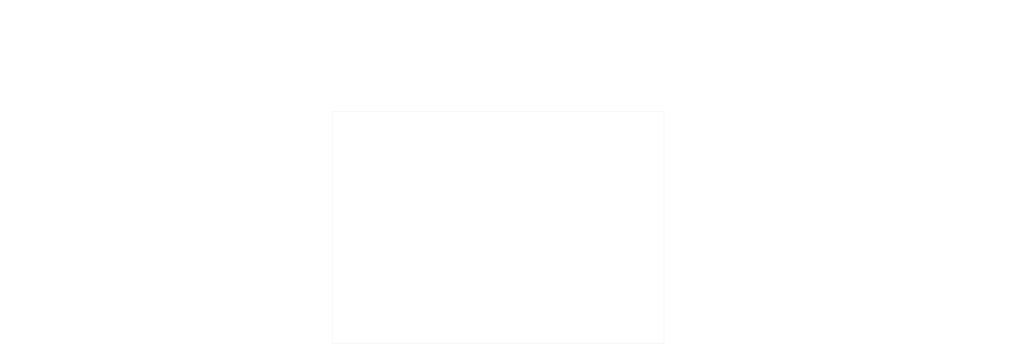
<source format=kicad_pcb>
(kicad_pcb
	(version 20241229)
	(generator "pcbnew")
	(generator_version "9.0")
	(general
		(thickness 1.6472)
		(legacy_teardrops no)
	)
	(paper "A3")
	(title_block
		(rev "${REVISION}")
		(company "${COMPANY}")
	)
	(layers
		(0 "F.Cu" signal)
		(4 "In1.Cu" signal)
		(6 "In2.Cu" power)
		(2 "B.Cu" power)
		(9 "F.Adhes" user "F.Adhesive")
		(11 "B.Adhes" user "B.Adhesive")
		(13 "F.Paste" user)
		(15 "B.Paste" user)
		(5 "F.SilkS" user "F.Silkscreen")
		(7 "B.SilkS" user "B.Silkscreen")
		(1 "F.Mask" user)
		(3 "B.Mask" user)
		(17 "Dwgs.User" user "DrillMap")
		(19 "Cmts.User" user "User.Comments")
		(21 "Eco1.User" user "F.DNP")
		(23 "Eco2.User" user "B.DNP")
		(25 "Edge.Cuts" user)
		(27 "Margin" user)
		(31 "F.CrtYd" user "F.Courtyard")
		(29 "B.CrtYd" user "B.Courtyard")
		(35 "F.Fab" user)
		(33 "B.Fab" user)
		(39 "User.1" user "AssyTitlePage")
		(41 "User.2" front "F.TestPoint")
		(43 "User.3" back "B.TestPoint")
		(45 "User.4" front "F.AssemblyText")
		(47 "User.5" back "B.AssemblyText")
		(49 "User.6" front "F.Dimensions")
		(51 "User.7" back "B.Dimensions")
		(53 "User.8" front "F.TestPointList")
		(55 "User.9" back "B.TestPointList")
	)
	(setup
		(stackup
			(layer "F.SilkS"
				(type "Top Silk Screen")
				(color "White")
			)
			(layer "F.Paste"
				(type "Top Solder Paste")
			)
			(layer "F.Mask"
				(type "Top Solder Mask")
				(color "Green")
				(thickness 0.0305)
			)
			(layer "F.Cu"
				(type "copper")
				(thickness 0.035)
			)
			(layer "dielectric 1"
				(type "prepreg")
				(color "FR4 natural")
				(thickness 0.2104)
				(material "FR4")
				(epsilon_r 4.4)
				(loss_tangent 0.02)
			)
			(layer "In1.Cu"
				(type "copper")
				(thickness 0.0152)
			)
			(layer "dielectric 2"
				(type "core")
				(color "FR4 natural")
				(thickness 1.065)
				(material "FR4")
				(epsilon_r 4.6)
				(loss_tangent 0.02)
			)
			(layer "In2.Cu"
				(type "copper")
				(thickness 0.0152)
			)
			(layer "dielectric 3"
				(type "prepreg")
				(color "FR4 natural")
				(thickness 0.2104)
				(material "FR4")
				(epsilon_r 4.4)
				(loss_tangent 0.02)
			)
			(layer "B.Cu"
				(type "copper")
				(thickness 0.035)
			)
			(layer "B.Mask"
				(type "Bottom Solder Mask")
				(color "Green")
				(thickness 0.0305)
			)
			(layer "B.Paste"
				(type "Bottom Solder Paste")
			)
			(layer "B.SilkS"
				(type "Bottom Silk Screen")
				(color "White")
			)
			(copper_finish "ENIG")
			(dielectric_constraints no)
		)
		(pad_to_mask_clearance 0)
		(allow_soldermask_bridges_in_footprints no)
		(tenting front back)
		(aux_axis_origin 150 150)
		(pcbplotparams
			(layerselection 0x00000000_00000000_55555555_5755f5ff)
			(plot_on_all_layers_selection 0x00000000_00000000_00000000_00000000)
			(disableapertmacros no)
			(usegerberextensions no)
			(usegerberattributes yes)
			(usegerberadvancedattributes yes)
			(creategerberjobfile yes)
			(dashed_line_dash_ratio 12.000000)
			(dashed_line_gap_ratio 3.000000)
			(svgprecision 4)
			(plotframeref no)
			(mode 1)
			(useauxorigin no)
			(hpglpennumber 1)
			(hpglpenspeed 20)
			(hpglpendiameter 15.000000)
			(pdf_front_fp_property_popups yes)
			(pdf_back_fp_property_popups yes)
			(pdf_metadata yes)
			(pdf_single_document no)
			(dxfpolygonmode yes)
			(dxfimperialunits yes)
			(dxfusepcbnewfont yes)
			(psnegative no)
			(psa4output no)
			(plot_black_and_white yes)
			(sketchpadsonfab no)
			(plotpadnumbers no)
			(hidednponfab no)
			(sketchdnponfab yes)
			(crossoutdnponfab yes)
			(subtractmaskfromsilk no)
			(outputformat 1)
			(mirror no)
			(drillshape 1)
			(scaleselection 1)
			(outputdirectory "")
		)
	)
	(property "ASSEMBLY_NAME" "")
	(property "ASSEMBLY_NUMBER" "")
	(property "ASSEMBLY_SCALE" "")
	(property "COMPANY" "Asymworks, LLC")
	(property "DESIGNER" "JPK")
	(property "DWG_NUMBER_PCB" "")
	(property "DWG_NUMBER_SCH" "")
	(property "DWG_TITLE_ASSY" "")
	(property "DWG_TITLE_PCB" "")
	(property "DWG_TITLE_SCH" "")
	(property "GIT_HASH" "")
	(property "GIT_HASH_PCB" "")
	(property "GIT_HASH_SCH" "")
	(property "GIT_URL" "")
	(property "PROJECT_CODE" "")
	(property "RELEASE_DATE" "")
	(property "RELEASE_STATE" "")
	(property "REVISION" "${REVISION}")
	(property "SCALE" "1:1")
	(property "SHEET_NAME_01" "Cover Page")
	(property "SHEET_NAME_02" "Block Diagram")
	(property "SHEET_NAME_03" "Project Architecture")
	(property "SHEET_NAME_04" "Circuit 1")
	(property "SHEET_NAME_05" "Circuit 2")
	(property "SHEET_NAME_06" "Circuit 3")
	(property "SHEET_NAME_07" "Parts List")
	(property "SHEET_NAME_08" "......................................")
	(property "SHEET_NAME_09" "......................................")
	(property "SHEET_NAME_10" "......................................")
	(property "SHEET_NAME_11" "......................................")
	(property "SHEET_NAME_12" "......................................")
	(property "SHEET_NAME_13" "......................................")
	(property "SHEET_NAME_14" "......................................")
	(property "SHEET_NAME_15" "......................................")
	(property "SHEET_NAME_16" "......................................")
	(property "SHEET_NAME_17" "......................................")
	(property "SHEET_NAME_18" "......................................")
	(property "SHEET_NAME_19" "......................................")
	(property "SHEET_NAME_20" "......................................")
	(property "STATE" "TEMPLATE")
	(property "VARIANT" "")
	(net 0 "")
	(gr_rect
		(start 50.047783 50)
		(end 126 59)
		(stroke
			(width 0.4)
			(type solid)
		)
		(fill no)
		(layer "Dwgs.User")
		(uuid "eef86ea1-046a-425e-89f7-6da48255647c")
	)
	(gr_line
		(start 150 150)
		(end 250 150)
		(stroke
			(width 0.05)
			(type default)
		)
		(layer "Edge.Cuts")
		(uuid "39d03196-6d78-41a6-b245-73161aecf7fd")
	)
	(gr_line
		(start 250 80)
		(end 150 80)
		(stroke
			(width 0.05)
			(type default)
		)
		(layer "Edge.Cuts")
		(uuid "afaee1cb-bbab-4303-8eeb-3b5f88fe379d")
	)
	(gr_line
		(start 250 150)
		(end 250 80)
		(stroke
			(width 0.05)
			(type default)
		)
		(layer "Edge.Cuts")
		(uuid "c48b0bd6-f585-43ae-b5cd-f96c14f12f2a")
	)
	(gr_line
		(start 150 80)
		(end 150 150)
		(stroke
			(width 0.05)
			(type default)
		)
		(layer "Edge.Cuts")
		(uuid "ea810609-acbd-4565-aaf4-945b44e1f22d")
	)
	(gr_rect
		(start 275 50)
		(end 358.5 132)
		(stroke
			(width 0.1)
			(type solid)
		)
		(fill no)
		(layer "User.6")
		(uuid "c6d1c773-5ba0-4497-a091-518ae344412d")
	)
	(gr_line
		(start 150 150)
		(end 150 144)
		(stroke
			(width 0.3)
			(type default)
		)
		(layer "User.8")
		(uuid "138df814-9fc0-4cc0-ac67-c44573ab995c")
	)
	(gr_poly
		(pts
			(xy 150 143.75) (xy 150.5 144.75) (xy 149.5 144.75)
		)
		(stroke
			(width 0.15)
			(type solid)
		)
		(fill yes)
		(layer "User.8")
		(uuid "18e435df-319f-4f50-9549-088e7a8a55bc")
	)
	(gr_poly
		(pts
			(xy 156.25 150) (xy 155.25 150.5) (xy 155.25 149.5)
		)
		(stroke
			(width 0.15)
			(type solid)
		)
		(fill yes)
		(layer "User.8")
		(uuid "a4011617-b152-428c-a037-eded5613147d")
	)
	(gr_rect
		(start 275 50)
		(end 350.285925 99.82)
		(stroke
			(width 0.4)
			(type default)
		)
		(fill no)
		(layer "User.8")
		(uuid "ca1df7df-febd-4552-bb12-f90f8b052afb")
	)
	(gr_line
		(start 150 150)
		(end 156 150)
		(stroke
			(width 0.3)
			(type default)
		)
		(layer "User.8")
		(uuid "e5c55f3d-a135-4f4a-84f6-c11ea97c329a")
	)
	(gr_poly
		(pts
			(xy 156.25 150) (xy 155.25 150.5) (xy 155.25 149.5)
		)
		(stroke
			(width 0.15)
			(type solid)
		)
		(fill yes)
		(layer "User.9")
		(uuid "27f07d2f-d223-4d76-8fb1-2d87a783dfa2")
	)
	(gr_rect
		(start 50 50)
		(end 125.285925 99.82)
		(stroke
			(width 0.4)
			(type solid)
		)
		(fill no)
		(layer "User.9")
		(uuid "52ef203c-2a5e-45d4-b567-b0d96c18b1e1")
	)
	(gr_line
		(start 150 150)
		(end 156 150)
		(stroke
			(width 0.3)
			(type solid)
		)
		(layer "User.9")
		(uuid "5eee881b-5cfa-4274-a29f-d48bbf634d4d")
	)
	(gr_poly
		(pts
			(xy 150 143.75) (xy 150.5 144.75) (xy 149.5 144.75)
		)
		(stroke
			(width 0.15)
			(type solid)
		)
		(fill yes)
		(layer "User.9")
		(uuid "650de03e-5252-448d-9da9-3768f324af0f")
	)
	(gr_line
		(start 150 150)
		(end 150 144)
		(stroke
			(width 0.3)
			(type solid)
		)
		(layer "User.9")
		(uuid "69246a21-11df-4a46-baff-830dcd0aec1e")
	)
	(gr_text "Drill Table"
		(at 50.047783 49 0)
		(layer "Dwgs.User")
		(uuid "e5fcdb98-adc6-4ce2-8720-d652c5bc0c29")
		(effects
			(font
				(face "Arial")
				(size 2 2)
				(thickness 0.4)
				(bold yes)
			)
			(justify left bottom)
		)
		(render_cache "Drill Table" 0
			(polygon
				(pts
					(xy 51.224168 46.662499) (xy 51.370235 46.689692) (xy 51.482517 46.733545) (xy 51.582673 46.794922)
					(xy 51.672242 46.874706) (xy 51.748228 46.968314) (xy 51.811992 47.076202) (xy 51.863484 47.20016)
					(xy 51.898251 47.330117) (xy 51.920898 47.486849) (xy 51.929063 47.674846) (xy 51.921574 47.839697)
					(xy 51.900512 47.981192) (xy 51.867636 48.102393) (xy 51.808332 48.243233) (xy 51.736689 48.360456)
					(xy 51.653069 48.457156) (xy 51.57818 48.518345) (xy 51.484532 48.57199) (xy 51.368892 48.617501)
					(xy 51.223476 48.648019) (xy 51.010954 48.66) (xy 50.250016 48.66) (xy 50.250016 48.323921) (xy 50.65436 48.323921)
					(xy 50.956366 48.323921) (xy 51.113984 48.318101) (xy 51.200853 48.304626) (xy 51.292366 48.270492)
					(xy 51.364129 48.220729) (xy 51.401669 48.177289) (xy 51.437202 48.11416) (xy 51.470009 48.025945)
					(xy 51.49938 47.877911) (xy 51.511041 47.656406) (xy 51.499177 47.436199) (xy 51.470009 47.297124)
					(xy 51.418954 47.182422) (xy 51.355214 47.10173) (xy 51.27308 47.043643) (xy 51.168124 47.00672)
					(xy 51.063227 46.993556) (xy 50.836076 46.987424) (xy 50.65436 46.987424) (xy 50.65436 48.323921)
					(xy 50.250016 48.323921) (xy 50.250016 46.651346) (xy 50.989094 46.651346)
				)
			)
			(polygon
				(pts
					(xy 52.636512 48.66) (xy 52.252563 48.66) (xy 52.252563 47.206266) (xy 52.609157 47.206266) (xy 52.609157 47.412529)
					(xy 52.703362 47.282019) (xy 52.773777 47.216769) (xy 52.851336 47.179735) (xy 52.93974 47.167187)
					(xy 53.025276 47.175062) (xy 53.109126 47.198835) (xy 53.192531 47.239483) (xy 53.073707 47.573852)
					(xy 52.976328 47.525476) (xy 52.893334 47.511081) (xy 52.817866 47.522618) (xy 52.75668 47.5559)
					(xy 52.709835 47.613087) (xy 52.66863 47.717711) (xy 52.646898 47.866422) (xy 52.636512 48.20815)
				)
			)
			(polygon
				(pts
					(xy 53.357395 47.003056) (xy 53.357395 46.651346) (xy 53.741223 46.651346) (xy 53.741223 47.003056)
				)
			)
			(polygon
				(pts
					(xy 53.357395 48.66) (xy 53.357395 47.206266) (xy 53.741223 47.206266) (xy 53.741223 48.66)
				)
			)
			(polygon
				(pts
					(xy 54.135064 48.66) (xy 54.135064 46.651346) (xy 54.518892 46.651346) (xy 54.518892 48.66)
				)
			)
			(polygon
				(pts
					(xy 54.912734 48.66) (xy 54.912734 46.651346) (xy 55.296561 46.651346) (xy 55.296561 48.66)
				)
			)
			(polygon
				(pts
					(xy 56.921631 48.66) (xy 56.921631 46.987424) (xy 56.327266 46.987424) (xy 56.327266 46.651346)
					(xy 57.918997 46.651346) (xy 57.918997 46.987424) (xy 57.325975 46.987424) (xy 57.325975 48.66)
				)
			)
			(polygon
				(pts
					(xy 58.707657 47.175561) (xy 58.831503 47.197331) (xy 58.918072 47.22837) (xy 58.996935 47.275203)
					(xy 59.054734 47.326933) (xy 59.095026 47.383709) (xy 59.12004 47.449952) (xy 59.138756 47.559464)
					(xy 59.146317 47.729434) (xy 59.142287 48.180307) (xy 59.147766 48.360026) (xy 59.160727 48.464117)
					(xy 59.186227 48.556053) (xy 59.229726 48.66) (xy 58.849928 48.66) (xy 58.813048 48.548136) (xy 58.79937 48.503684)
					(xy 58.695985 48.590299) (xy 58.588955 48.65023) (xy 58.473761 48.686748) (xy 58.349841 48.699078)
					(xy 58.23833 48.690589) (xy 58.144201 48.666648) (xy 58.064425 48.62867) (xy 57.996666 48.576835)
					(xy 57.940154 48.511621) (xy 57.900272 48.439438) (xy 57.875977 48.358837) (xy 57.867584 48.267745)
					(xy 57.871036 48.226468) (xy 58.251411 48.226468) (xy 58.25808 48.278043) (xy 58.277786 48.324216)
					(xy 58.311495 48.366542) (xy 58.354666 48.399014) (xy 58.404975 48.418673) (xy 58.464513 48.425526)
					(xy 58.531593 48.41814) (xy 58.597179 48.395726) (xy 58.662594 48.356894) (xy 58.720949 48.298089)
					(xy 58.754185 48.229277) (xy 58.764471 48.168754) (xy 58.769206 48.04121) (xy 58.769206 47.964396)
					(xy 58.535588 48.023381) (xy 58.390399 48.061684) (xy 58.326516 48.090669) (xy 58.283832 48.130751)
					(xy 58.259565 48.175358) (xy 58.251411 48.226468) (xy 57.871036 48.226468) (xy 57.874336 48.187018)
					(xy 57.893997 48.114025) (xy 57.926324 48.047316) (xy 57.970555 47.987986) (xy 58.025035 47.938799)
					(xy 58.090944 47.899061) (xy 58.209474 47.854009) (xy 58.396247 47.809057) (xy 58.643966 47.754803)
					(xy 58.769206 47.714291) (xy 58.769206 47.674968) (xy 58.762032 47.601107) (xy 58.743101 47.548902)
					(xy 58.714496 47.512669) (xy 58.674466 47.488542) (xy 58.609229 47.471146) (xy 58.508233 47.464187)
					(xy 58.413214 47.475625) (xy 58.348376 47.50583) (xy 58.299279 47.558843) (xy 58.255563 47.651765)
					(xy 57.907151 47.589239) (xy 57.958294 47.452986) (xy 58.025817 47.34869) (xy 58.109262 47.270624)
					(xy 58.182083 47.228768) (xy 58.274453 47.196367) (xy 58.390627 47.175003) (xy 58.535588 47.167187)
				)
			)
			(polygon
				(pts
					(xy 59.891502 47.36942) (xy 59.98742 47.27859) (xy 60.088282 47.216415) (xy 60.195739 47.17962)
					(xy 60.312332 47.167187) (xy 60.440896 47.179667) (xy 60.554988 47.2159) (xy 60.657635 47.275717)
					(xy 60.75087 47.361116) (xy 60.823087 47.462017) (xy 60.877148 47.585217) (xy 60.911899 47.735303)
					(xy 60.924405 47.91799) (xy 60.911661 48.107047) (xy 60.876223 48.26278) (xy 60.821076 48.390956)
					(xy 60.747451 48.496235) (xy 60.6519 48.586782) (xy 60.549768 48.649199) (xy 60.43928 48.686418)
					(xy 60.317706 48.699078) (xy 60.236377 48.692024) (xy 60.154991 48.670582) (xy 60.072486 48.633743)
					(xy 59.996493 48.584625) (xy 59.9272 48.522748) (xy 59.864147 48.446898) (xy 59.864147 48.66) (xy 59.507552 48.66)
					(xy 59.507552 47.9059) (xy 59.888815 47.9059) (xy 59.898425 48.058815) (xy 59.923527 48.168796)
					(xy 59.95989 48.246008) (xy 60.016104 48.316569) (xy 60.078012 48.364254) (xy 60.146806 48.392451)
					(xy 60.224893 48.402079) (xy 60.304437 48.39008) (xy 60.375686 48.354204) (xy 60.441415 48.291315)
					(xy 60.487613 48.212068) (xy 60.51898 48.099329) (xy 60.53093 47.94217) (xy 60.518672 47.774434)
					(xy 60.486857 47.656783) (xy 60.440682 47.576416) (xy 60.374153 47.51349) (xy 60.298338 47.476745)
					(xy 60.209873 47.464187) (xy 60.122919 47.476378) (xy 60.047434 47.512185) (xy 59.980284 47.573607)
					(xy 59.932534 47.651962) (xy 59.900749 47.759695) (xy 59.888815 47.9059) (xy 59.507552 47.9059)
					(xy 59.507552 46.651346) (xy 59.891502 46.651346)
				)
			)
			(polygon
				(pts
					(xy 61.233739 48.66) (xy 61.233739 46.651346) (xy 61.617566 46.651346) (xy 61.617566 48.66)
				)
			)
			(polygon
				(pts
					(xy 62.72327 47.18165) (xy 62.858536 47.222852) (xy 62.97493 47.289424) (xy 63.075574 47.382609)
					(xy 63.137728 47.469429) (xy 63.188015 47.575098) (xy 63.225596 47.703009) (xy 63.248677 47.857266)
					(xy 63.254604 48.042554) (xy 62.292776 48.042554) (xy 62.306098 48.152666) (xy 62.337637 48.239278)
					(xy 62.38571 48.307435) (xy 62.449939 48.360127) (xy 62.522743 48.391355) (xy 62.606994 48.402079)
					(xy 62.691436 48.389601) (xy 62.758669 48.353963) (xy 62.810502 48.294702) (xy 62.851603 48.198869)
					(xy 63.234087 48.261395) (xy 63.173427 48.396163) (xy 63.095845 48.503406) (xy 63.00108 48.587215)
					(xy 62.889994 48.647786) (xy 62.758804 48.685673) (xy 62.602842 48.699078) (xy 62.451071 48.687823)
					(xy 62.322723 48.656079) (xy 62.213797 48.605773) (xy 62.121166 48.537267) (xy 62.042793 48.44934)
					(xy 61.981888 48.346615) (xy 61.937159 48.229835) (xy 61.90913 48.096626) (xy 61.8993 47.944124)
					(xy 61.909203 47.80808) (xy 62.299614 47.80808) (xy 62.873463 47.80808) (xy 62.860722 47.698662)
					(xy 62.831302 47.61519) (xy 62.787367 47.55187) (xy 62.728166 47.50277) (xy 62.662498 47.47398)
					(xy 62.587943 47.464187) (xy 62.508236 47.474673) (xy 62.439955 47.505175) (xy 62.380214 47.556755)
					(xy 62.336239 47.622846) (xy 62.308851 47.705126) (xy 62.299614 47.80808) (xy 61.909203 47.80808)
					(xy 61.91255 47.762094) (xy 61.949753 47.609532) (xy 62.008401 47.481356) (xy 62.087856 47.373572)
					(xy 62.188893 47.282894) (xy 62.300377 47.219194) (xy 62.424533 47.180523) (xy 62.564618 47.167187)
				)
			)
		)
	)
	(gr_text "${FABRICATION_NOTES}"
		(at 50 50 0)
		(layer "User.6")
		(uuid "57c70514-87b8-4b30-9ca8-da2ae0065edc")
		(effects
			(font
				(face "Inconsolata")
				(size 2 2)
				(thickness 0.3)
				(bold yes)
			)
			(justify left top)
		)
		(render_cache "${FABRICATION_NOTES}" 0
			(polygon
				(pts
					(xy 50.862909 50.187351) (xy 50.864619 50.198464) (xy 50.856193 50.226308) (xy 50.846667 50.27076)
					(xy 50.846667 50.340369) (xy 50.92819 50.354025) (xy 51.007013 50.378105) (xy 51.082413 50.411226)
					(xy 51.15307 50.451988) (xy 51.217401 50.501398) (xy 51.273726 50.560799) (xy 51.126448 50.747156)
					(xy 51.102918 50.738525) (xy 51.091765 50.719312) (xy 51.083172 50.697549) (xy 51.070516 50.685851)
					(xy 51.028262 50.646772) (xy 50.975872 50.618928) (xy 50.917131 50.598046) (xy 50.855094 50.582658)
					(xy 50.855094 51.018998) (xy 51.008648 51.081601) (xy 51.119487 51.140509) (xy 51.210379 51.210363)
					(xy 51.270307 51.285833) (xy 51.306135 51.37468) (xy 51.319033 51.488311) (xy 51.304718 51.594833)
					(xy 51.260537 51.700802) (xy 51.190785 51.795389) (xy 51.095429 51.875558) (xy 50.981652 51.933301)
					(xy 50.846667 51.966416) (xy 50.846667 52.125052) (xy 50.650785 52.125052) (xy 50.650785 51.968736)
					(xy 50.560349 51.955847) (xy 50.467847 51.933565) (xy 50.377883 51.901535) (xy 50.292969 51.859071)
					(xy 50.214257 51.806775) (xy 50.144347 51.746475) (xy 50.289916 51.506385) (xy 50.312081 51.521439)
					(xy 50.321179 51.542655) (xy 50.328629 51.565998) (xy 50.344748 51.587107) (xy 50.43121 51.653907)
					(xy 50.532205 51.699947) (xy 50.642358 51.729134) (xy 50.642358 51.725226) (xy 50.855094 51.725226)
					(xy 50.911519 51.706211) (xy 50.96024 51.677843) (xy 51.001506 51.640909) (xy 51.03217 51.598464)
					(xy 51.051762 51.551077) (xy 51.058182 51.502233) (xy 51.051886 51.451793) (xy 51.033879 51.410031)
					(xy 51.005056 51.373822) (xy 50.964148 51.3403) (xy 50.915707 51.312354) (xy 50.855094 51.287177)
					(xy 50.855094 51.725226) (xy 50.642358 51.725226) (xy 50.642358 51.22575) (xy 50.503613 51.165415)
					(xy 50.394452 51.104239) (xy 50.302491 51.03164) (xy 50.238136 50.951953) (xy 50.19796 50.8602)
					(xy 50.184159 50.753628) (xy 50.185559 50.739706) (xy 50.450994 50.739706) (xy 50.45656 50.777863)
					(xy 50.473953 50.816521) (xy 50.501175 50.851968) (xy 50.540265 50.886374) (xy 50.642358 50.943649)
					(xy 50.642358 50.579849) (xy 50.546127 50.608792) (xy 50.506021 50.633057) (xy 50.476517 50.662526)
					(xy 50.457461 50.698109) (xy 50.450994 50.739706) (xy 50.185559 50.739706) (xy 50.191435 50.681261)
					(xy 50.212772 50.615678) (xy 50.248394 50.555303) (xy 50.322181 50.477639) (xy 50.41912 50.414253)
					(xy 50.529432 50.369463) (xy 50.650785 50.343056) (xy 50.650785 50.178925) (xy 50.853384 50.178925)
				)
			)
			(polygon
				(pts
					(xy 52.418614 52.234473) (xy 52.227948 52.222831) (xy 52.076919 52.19112) (xy 51.986822 52.153879)
					(xy 51.914003 52.102827) (xy 51.855879 52.037491) (xy 51.815407 51.960075) (xy 51.78969 51.859358)
					(xy 51.781751 51.729012) (xy 51.791277 51.474755) (xy 51.784484 51.377907) (xy 51.767707 51.316974)
					(xy 51.738263 51.270512) (xy 51.700907 51.244434) (xy 51.654495 51.231167) (xy 51.593196 51.226238)
					(xy 51.500261 51.226238) (xy 51.500261 50.98053) (xy 51.590387 50.98053) (xy 51.656648 50.974435)
					(xy 51.705914 50.95806) (xy 51.74546 50.928977) (xy 51.77418 50.885153) (xy 51.790465 50.829246)
					(xy 51.796894 50.744836) (xy 51.791277 50.503524) (xy 51.799397 50.396862) (xy 51.822311 50.306678)
					(xy 51.858688 50.230094) (xy 51.909773 50.162612) (xy 51.97343 50.107225) (xy 52.051273 50.063154)
					(xy 52.13643 50.032893) (xy 52.234993 50.013743) (xy 52.349249 50.006978) (xy 52.555757 50.006978)
					(xy 52.555757 50.255373) (xy 52.299424 50.255373) (xy 52.231482 50.262269) (xy 52.180301 50.281008)
					(xy 52.141887 50.310205) (xy 52.114246 50.349898) (xy 52.096276 50.403208) (xy 52.089619 50.474337)
					(xy 52.095115 50.710275) (xy 52.088674 50.797668) (xy 52.070202 50.874528) (xy 52.039258 50.945021)
					(xy 51.996685 51.006542) (xy 51.9432 51.059182) (xy 51.878593 51.103384) (xy 51.939612 51.140874)
					(xy 51.991311 51.192655) (xy 52.032272 51.255785) (xy 52.063852 51.33224) (xy 52.082852 51.416381)
					(xy 52.089619 51.516277) (xy 52.082903 51.725471) (xy 52.091242 51.814908) (xy 52.113311 51.878977)
					(xy 52.1522 51.92909) (xy 52.209542 51.963974) (xy 52.280532 51.983183) (xy 52.378314 51.990474)
					(xy 52.552948 51.990474) (xy 52.552948 52.234473)
				)
			)
			(polygon
				(pts
					(xy 52.982693 52) (xy 52.982693 50.257083) (xy 54.067742 50.257083) (xy 54.067742 50.513293) (xy 53.265893 50.513293)
					(xy 53.265893 50.930826) (xy 53.916189 50.930826) (xy 53.916189 51.187159) (xy 53.265893 51.187159)
					(xy 53.265893 52)
				)
			)
			(polygon
				(pts
					(xy 55.222766 51.593579) (xy 54.541817 51.593579) (xy 54.586025 51.368754) (xy 55.171353 51.368754)
				)
			)
			(polygon
				(pts
					(xy 54.897191 50.830198) (xy 54.544016 52) (xy 54.231751 52) (xy 54.821598 50.245359) (xy 54.973272 50.245359)
					(xy 55.563119 52) (xy 55.244138 52)
				)
			)
			(polygon
				(pts
					(xy 56.382994 50.265689) (xy 56.503454 50.2892) (xy 56.611551 50.328769) (xy 56.694818 50.378349)
					(xy 56.762062 50.441998) (xy 56.809002 50.516346) (xy 56.837187 50.6004) (xy 56.846859 50.694766)
					(xy 56.839901 50.766947) (xy 56.818283 50.842533) (xy 56.783191 50.913864) (xy 56.734874 50.977721)
					(xy 56.6742 51.030551) (xy 56.599441 51.071022) (xy 56.667757 51.105655) (xy 56.729012 51.146859)
					(xy 56.783707 51.194592) (xy 56.829152 51.24651) (xy 56.866111 51.30353) (xy 56.893021 51.364357)
					(xy 56.909591 51.428486) (xy 56.915125 51.494783) (xy 56.904248 51.603624) (xy 56.872505 51.701168)
					(xy 56.8196 51.787625) (xy 56.744399 51.861025) (xy 56.650979 51.918243) (xy 56.530565 51.963485)
					(xy 56.39638 51.990237) (xy 56.229535 52) (xy 55.700139 52) (xy 55.700139 51.73866) (xy 56.015823 51.73866)
					(xy 56.261409 51.73866) (xy 56.358399 51.730796) (xy 56.434944 51.709228) (xy 56.499783 51.672441)
					(xy 56.546318 51.623743) (xy 56.575285 51.562753) (xy 56.585519 51.486113) (xy 56.5763 51.405848)
					(xy 56.549982 51.338834) (xy 56.504608 51.283669) (xy 56.4336 51.239305) (xy 56.344921 51.213003)
					(xy 56.215614 51.202791) (xy 56.015823 51.202791) (xy 56.015823 51.73866) (xy 55.700139 51.73866)
					(xy 55.700139 50.950366) (xy 56.015823 50.950366) (xy 56.206088 50.950366) (xy 56.322645 50.942129)
					(xy 56.400017 50.921301) (xy 56.461574 50.885381) (xy 56.499302 50.841067) (xy 56.52088 50.786847)
					(xy 56.528367 50.72322) (xy 56.524041 50.677713) (xy 56.511514 50.637491) (xy 56.490223 50.601977)
					(xy 56.459246 50.5724) (xy 56.420244 50.549238) (xy 56.367777 50.529413) (xy 56.309023 50.51726)
					(xy 56.235153 50.512805) (xy 56.015823 50.512805) (xy 56.015823 50.950366) (xy 55.700139 50.950366)
					(xy 55.700139 50.257083) (xy 56.232344 50.257083)
				)
			)
			(polygon
				(pts
					(xy 57.815176 50.264996) (xy 57.930118 50.286747) (xy 58.022766 50.319975) (xy 58.107161 50.369004)
					(xy 58.173157 50.428359) (xy 58.223168 50.498639) (xy 58.258424 50.578136) (xy 58.280203 50.667261)
					(xy 58.28777 50.767916) (xy 58.277958 50.861871) (xy 58.247714 50.957815) (xy 58.199463 51.047564)
					(xy 58.133897 51.128053) (xy 58.053549 51.194169) (xy 57.959263 51.24248) (xy 58.335397 52) (xy 58.002983 52)
					(xy 57.648709 51.273133) (xy 57.441102 51.273133) (xy 57.441102 52) (xy 57.119923 52) (xy 57.119923 51.010694)
					(xy 57.441102 51.010694) (xy 57.694016 51.010694) (xy 57.781049 51.002708) (xy 57.846636 50.98112)
					(xy 57.89576 50.947923) (xy 57.932891 50.902088) (xy 57.955692 50.845917) (xy 57.963782 50.776343)
					(xy 57.956139 50.709438) (xy 57.934106 50.652145) (xy 57.897447 50.60348) (xy 57.844591 50.564218)
					(xy 57.779728 50.539735) (xy 57.694016 50.530757) (xy 57.441102 50.530757) (xy 57.441102 51.010694)
					(xy 57.119923 51.010694) (xy 57.119923 50.257083) (xy 57.673377 50.257083)
				)
			)
			(polygon
				(pts
					(xy 58.590631 52) (xy 58.590631 51.744277) (xy 58.93135 51.744277) (xy 58.93135 50.512805) (xy 58.608461 50.512805)
					(xy 58.608461 50.257083) (xy 59.572121 50.257083) (xy 59.572121 50.512805) (xy 59.23128 50.512805)
					(xy 59.23128 51.745376) (xy 59.587264 51.745376) (xy 59.587264 52)
				)
			)
			(polygon
				(pts
					(xy 60.573761 52.031263) (xy 60.434563 52.018255) (xy 60.30546 51.979849) (xy 60.225694 51.93968)
					(xy 60.151936 51.886809) (xy 60.083565 51.820237) (xy 60.025834 51.744071) (xy 59.97562 51.652694)
					(xy 59.933356 51.543876) (xy 59.90447 51.430605) (xy 59.885958 51.298643) (xy 59.879378 51.145272)
					(xy 59.890472 50.949313) (xy 59.921022 50.789776) (xy 59.971731 50.645431) (xy 60.033984 50.532833)
					(xy 60.111572 50.437404) (xy 60.196284 50.364794) (xy 60.290214 50.309541) (xy 60.386549 50.273203)
					(xy 60.486279 50.25224) (xy 60.584385 50.245359) (xy 60.714266 50.255972) (xy 60.825854 50.286194)
					(xy 60.922418 50.334752) (xy 61.007323 50.401731) (xy 61.078148 50.484852) (xy 61.135642 50.5862)
					(xy 60.937561 50.735554) (xy 60.915701 50.749598) (xy 60.90068 50.728349) (xy 60.89726 50.686339)
					(xy 60.866486 50.627355) (xy 60.802463 50.562295) (xy 60.739968 50.52636) (xy 60.672268 50.507398)
					(xy 60.602337 50.501081) (xy 60.523813 50.510992) (xy 60.447854 50.541137) (xy 60.379305 50.589995)
					(xy 60.316085 50.661304) (xy 60.265623 50.748112) (xy 60.225104 50.858897) (xy 60.200892 50.981493)
					(xy 60.192131 51.131106) (xy 60.19986 51.275904) (xy 60.221441 51.397697) (xy 60.257685 51.509136)
					(xy 60.30314 51.597976) (xy 60.361467 51.672451) (xy 60.426849 51.725104) (xy 60.501417 51.758264)
					(xy 60.582187 51.769312) (xy 60.648553 51.764327) (xy 60.706995 51.750017) (xy 60.760946 51.725298)
					(xy 60.811043 51.6892) (xy 60.855285 51.6424) (xy 60.897871 51.578558) (xy 61.117201 51.739148)
					(xy 61.045499 51.83736) (xy 60.968955 51.911108) (xy 60.887124 51.963852) (xy 60.796384 52.00038)
					(xy 60.692715 52.023243)
				)
			)
			(polygon
				(pts
					(xy 62.217882 51.593579) (xy 61.536933 51.593579) (xy 61.58114 51.368754) (xy 62.166468 51.368754)
				)
			)
			(polygon
				(pts
					(xy 61.892306 50.830198) (xy 61.539131 52) (xy 61.226866 52) (xy 61.816713 50.245359) (xy 61.968387 50.245359)
					(xy 62.558234 52) (xy 62.239253 52)
				)
			)
			(polygon
				(pts
					(xy 63.124511 52) (xy 63.124511 50.523918) (xy 62.656175 50.523918) (xy 62.656175 50.257083) (xy 63.921964 50.257083)
					(xy 63.921964 50.523918) (xy 63.42896 50.523918) (xy 63.42896 52)
				)
			)
			(polygon
				(pts
					(xy 64.186723 52) (xy 64.186723 51.744277) (xy 64.527442 51.744277) (xy 64.527442 50.512805) (xy 64.204553 50.512805)
					(xy 64.204553 50.257083) (xy 65.168213 50.257083) (xy 65.168213 50.512805) (xy 64.827372 50.512805)
					(xy 64.827372 51.745376) (xy 65.183356 51.745376) (xy 65.183356 52)
				)
			)
			(polygon
				(pts
					(xy 66.232419 50.258023) (xy 66.350265 50.294055) (xy 66.451343 50.352215) (xy 66.537881 50.431308)
					(xy 66.610805 50.531807) (xy 66.670184 50.657274) (xy 66.709995 50.791455) (xy 66.735559 50.949571)
					(xy 66.744678 51.135502) (xy 66.735537 51.325256) (xy 66.70995 51.486169) (xy 66.670184 51.622278)
					(xy 66.610554 51.749384) (xy 66.537603 51.849733) (xy 66.451343 51.927337) (xy 66.350462 51.983819)
					(xy 66.232606 52.01891) (xy 66.093771 52.031263) (xy 65.954693 52.018757) (xy 65.836471 51.983195)
					(xy 65.735101 51.925872) (xy 65.648463 51.847467) (xy 65.575614 51.74704) (xy 65.516503 51.620812)
					(xy 65.47731 51.485714) (xy 65.452033 51.32533) (xy 65.442986 51.135502) (xy 65.443116 51.132815)
					(xy 65.75696 51.132815) (xy 65.767836 51.339321) (xy 65.796406 51.491242) (xy 65.82899 51.583344)
					(xy 65.867682 51.652969) (xy 65.911688 51.704344) (xy 65.965678 51.743587) (xy 66.025712 51.766937)
					(xy 66.093771 51.77493) (xy 66.161464 51.766919) (xy 66.220828 51.74356) (xy 66.2739 51.704344)
					(xy 66.317256 51.653127) (xy 66.35606 51.583511) (xy 66.389549 51.491242) (xy 66.419366 51.339248)
					(xy 66.430704 51.132815) (xy 66.419533 50.938758) (xy 66.389549 50.789532) (xy 66.356242 50.698109)
					(xy 66.317456 50.627885) (xy 66.2739 50.575087) (xy 66.22063 50.534195) (xy 66.161278 50.509973)
					(xy 66.093771 50.501692) (xy 66.025895 50.509955) (xy 65.965875 50.53417) (xy 65.911688 50.575087)
					(xy 65.867483 50.628042) (xy 65.828812 50.698274) (xy 65.796406 50.789532) (xy 65.767677 50.938676)
					(xy 65.75696 51.132815) (xy 65.443116 51.132815) (xy 65.451991 50.949521) (xy 65.477226 50.791402)
					(xy 65.516503 50.657274) (xy 65.575489 50.531865) (xy 65.648324 50.431364) (xy 65.735101 50.352215)
					(xy 65.836569 50.294052) (xy 65.954787 50.258021) (xy 66.093771 50.245359)
				)
			)
			(polygon
				(pts
					(xy 66.891224 50.257083) (xy 67.22083 50.257083) (xy 67.812875 51.404047) (xy 67.796144 50.257083)
					(xy 68.078122 50.257083) (xy 68.104501 50.257083) (xy 68.104501 50.28224) (xy 68.085083 50.318632)
					(xy 68.080931 50.385799) (xy 68.080931 52) (xy 67.787718 52) (xy 67.176011 50.777442) (xy 67.176011 52)
					(xy 66.891224 52)
				)
			)
			(polygon
				(pts
					(xy 68.275226 52.281367) (xy 68.275226 52.028454) (xy 69.499616 52.028454) (xy 69.499616 52.281367)
				)
			)
			(polygon
				(pts
					(xy 69.68927 50.257083) (xy 70.018876 50.257083) (xy 70.610921 51.404047) (xy 70.59419 50.257083)
					(xy 70.876168 50.257083) (xy 70.902547 50.257083) (xy 70.902547 50.28224) (xy 70.883129 50.318632)
					(xy 70.878977 50.385799) (xy 70.878977 52) (xy 70.585764 52) (xy 69.974057 50.777442) (xy 69.974057 52)
					(xy 69.68927 52)
				)
			)
			(polygon
				(pts
					(xy 71.828511 50.258023) (xy 71.946357 50.294055) (xy 72.047435 50.352215) (xy 72.133973 50.431308)
					(xy 72.206897 50.531807) (xy 72.266277 50.657274) (xy 72.306088 50.791455) (xy 72.331652 50.949571)
					(xy 72.340771 51.135502) (xy 72.331629 51.325256) (xy 72.306042 51.486169) (xy 72.266277 51.622278)
					(xy 72.206647 51.749384) (xy 72.133695 51.849733) (xy 72.047435 51.927337) (xy 71.946554 51.983819)
					(xy 71.828698 52.01891) (xy 71.689863 52.031263) (xy 71.550785 52.018757) (xy 71.432563 51.983195)
					(xy 71.331193 51.925872) (xy 71.244555 51.847467) (xy 71.171706 51.74704) (xy 71.112595 51.620812)
					(xy 71.073402 51.485714) (xy 71.048126 51.32533) (xy 71.039078 51.135502) (xy 71.039208 51.132815)
					(xy 71.353053 51.132815) (xy 71.363928 51.339321) (xy 71.392498 51.491242) (xy 71.425082 51.583344)
					(xy 71.463774 51.652969) (xy 71.50778 51.704344) (xy 71.56177 51.743587) (xy 71.621804 51.766937)
					(xy 71.689863 51.77493) (xy 71.757556 51.766919) (xy 71.81692 51.74356) (xy 71.869993 51.704344)
					(xy 71.913348 51.653127) (xy 71.952153 51.583511) (xy 71.985642 51.491242) (xy 72.015458 51.339248)
					(xy 72.026796 51.132815) (xy 72.015625 50.938758) (xy 71.985642 50.789532) (xy 71.952334 50.698109)
					(xy 71.913548 50.627885) (xy 71.869993 50.575087) (xy 71.816722 50.534195) (xy 71.75737 50.509973)
					(xy 71.689863 50.501692) (xy 71.621987 50.509955) (xy 71.561967 50.53417) (xy 71.50778 50.575087)
					(xy 71.463576 50.628042) (xy 71.424904 50.698274) (xy 71.392498 50.789532) (xy 71.363769 50.938676)
					(xy 71.353053 51.132815) (xy 71.039208 51.132815) (xy 71.048083 50.949521) (xy 71.073318 50.791402)
					(xy 71.112595 50.657274) (xy 71.171581 50.531865) (xy 71.244416 50.431364) (xy 71.331193 50.352215)
					(xy 71.432661 50.294052) (xy 71.550879 50.258021) (xy 71.689863 50.245359)
				)
			)
			(polygon
				(pts
					(xy 72.917672 52) (xy 72.917672 50.523918) (xy 72.449337 50.523918) (xy 72.449337 50.257083) (xy 73.715125 50.257083)
					(xy 73.715125 50.523918) (xy 73.222121 50.523918) (xy 73.222121 52)
				)
			)
			(polygon
				(pts
					(xy 73.926639 52) (xy 73.926639 50.257083) (xy 75.060903 50.257083) (xy 75.060903 50.514392) (xy 74.233897 50.514392)
					(xy 74.233897 50.958792) (xy 74.913747 50.958792) (xy 74.913747 51.218422) (xy 74.233897 51.218422)
					(xy 74.233897 51.742568) (xy 75.054309 51.742568) (xy 75.054309 52)
				)
			)
			(polygon
				(pts
					(xy 75.860066 52.031263) (xy 75.689886 52.018043) (xy 75.533513 51.979361) (xy 75.436033 51.937906)
					(xy 75.351798 51.885115) (xy 75.279256 51.820847) (xy 75.433618 51.561706) (xy 75.446563 51.538258)
					(xy 75.471231 51.552791) (xy 75.485886 51.594434) (xy 75.529361 51.648412) (xy 75.602222 51.695028)
					(xy 75.684333 51.733042) (xy 75.772605 51.757998) (xy 75.869591 51.767602) (xy 75.934487 51.764023)
					(xy 75.990247 51.753925) (xy 76.041491 51.736459) (xy 76.083914 51.712892) (xy 76.119208 51.681711)
					(xy 76.145219 51.643161) (xy 76.161153 51.598446) (xy 76.166713 51.545952) (xy 76.158653 51.482205)
					(xy 76.129832 51.422609) (xy 76.070237 51.364357) (xy 75.971441 51.300488) (xy 75.823796 51.226971)
					(xy 75.654959 51.144599) (xy 75.53852 51.069068) (xy 75.446101 50.98298) (xy 75.388555 50.897121)
					(xy 75.355222 50.801012) (xy 75.343614 50.689026) (xy 75.351747 50.606351) (xy 75.375609 50.53117)
					(xy 75.415422 50.461758) (xy 75.46836 50.400823) (xy 75.533939 50.348176) (xy 75.613869 50.303611)
					(xy 75.699992 50.271799) (xy 75.794991 50.252154) (xy 75.900366 50.245359) (xy 76.008254 50.251864)
					(xy 76.105408 50.270638) (xy 76.19735 50.301901) (xy 76.28224 50.344888) (xy 76.360068 50.400208)
					(xy 76.431472 50.469696) (xy 76.245115 50.683042) (xy 76.228262 50.703803) (xy 76.206524 50.685851)
					(xy 76.196999 50.642009) (xy 76.159508 50.58681) (xy 76.10304 50.545015) (xy 76.045324 50.520498)
					(xy 75.982 50.507975) (xy 75.903175 50.503401) (xy 75.848305 50.507039) (xy 75.801325 50.517323)
					(xy 75.75852 50.534253) (xy 75.723534 50.556036) (xy 75.694413 50.5831) (xy 75.673464 50.612822)
					(xy 75.660179 50.645296) (xy 75.655879 50.677791) (xy 75.663695 50.740073) (xy 75.692759 50.796859)
					(xy 75.754553 50.853524) (xy 75.859211 50.915806) (xy 76.017847 50.990544) (xy 76.143855 51.052857)
					(xy 76.239497 51.108269) (xy 76.322133 51.168389) (xy 76.38128 51.227215) (xy 76.426514 51.292751)
					(xy 76.456385 51.362892) (xy 76.473167 51.438868) (xy 76.479099 51.527512) (xy 76.472067 51.608958)
					(xy 76.450864 51.688881) (xy 76.414741 51.768335) (xy 76.365121 51.839492) (xy 76.298789 51.902573)
					(xy 76.213241 51.95799) (xy 76.118955 51.996899) (xy 76.002786 52.022128)
				)
			)
			(polygon
				(pts
					(xy 76.854501 52.234473) (xy 76.720167 52.234473) (xy 76.720167 51.990474) (xy 76.894801 51.990474)
					(xy 76.994887 51.983095) (xy 77.064916 51.963974) (xy 77.121138 51.929186) (xy 77.159804 51.878977)
					(xy 77.181963 51.814899) (xy 77.190334 51.725471) (xy 77.183618 51.516277) (xy 77.190354 51.416375)
					(xy 77.209263 51.33224) (xy 77.240949 51.255822) (xy 77.282292 51.192655) (xy 77.334381 51.140758)
					(xy 77.394521 51.103384) (xy 77.329915 51.059182) (xy 77.27643 51.006542) (xy 77.233925 50.945033)
					(xy 77.202913 50.874528) (xy 77.184441 50.797668) (xy 77.178 50.710275) (xy 77.183618 50.474337)
					(xy 77.177015 50.403165) (xy 77.159201 50.349857) (xy 77.131838 50.310205) (xy 77.093769 50.281084)
					(xy 77.042459 50.262311) (xy 76.973691 50.255373) (xy 76.717358 50.255373) (xy 76.717358 50.006978)
					(xy 76.923988 50.006978) (xy 77.038915 50.013764) (xy 77.137606 50.032934) (xy 77.222452 50.063154)
					(xy 77.299975 50.107202) (xy 77.363437 50.162584) (xy 77.414427 50.230094) (xy 77.450804 50.306678)
					(xy 77.473718 50.396862) (xy 77.481838 50.503524) (xy 77.476221 50.744836) (xy 77.482617 50.829255)
					(xy 77.498813 50.885153) (xy 77.527868 50.928874) (xy 77.568545 50.95806) (xy 77.618751 50.974542)
					(xy 77.682728 50.98053) (xy 77.772854 50.98053) (xy 77.772854 51.226238) (xy 77.679919 51.226238)
					(xy 77.620917 51.231072) (xy 77.573551 51.244434) (xy 77.535065 51.270631) (xy 77.505286 51.316974)
					(xy 77.488597 51.3779) (xy 77.481838 51.474755) (xy 77.491364 51.729012) (xy 77.483538 51.859388)
					(xy 77.457981 51.960103) (xy 77.417725 52.037491) (xy 77.359939 52.102765) (xy 77.287151 52.153827)
					(xy 77.196685 52.19112) (xy 77.045319 52.222836)
				)
			)
		)
	)
	(gr_text "Stackup Table"
		(at 316.75 49 0)
		(layer "User.6")
		(uuid "9ffe5b8e-97a7-4856-a50a-907fa483de31")
		(effects
			(font
				(face "Arial")
				(size 2 2)
				(thickness 0.4)
				(bold yes)
			)
			(justify bottom)
		)
		(render_cache "Stackup Table" 0
			(polygon
				(pts
					(xy 307.471214 48.019106) (xy 307.864689 47.980027) (xy 307.898998 48.104191) (xy 307.947507 48.196821)
					(xy 308.008793 48.264448) (xy 308.086025 48.31319) (xy 308.18206 48.344066) (xy 308.301884 48.355184)
					(xy 308.42995 48.344652) (xy 308.525606 48.316425) (xy 308.596319 48.273729) (xy 308.652909 48.214184)
					(xy 308.684814 48.151451) (xy 308.695359 48.08322) (xy 308.684726 48.017834) (xy 308.653716 47.964152)
					(xy 308.601626 47.921306) (xy 308.508147 47.878667) (xy 308.184403 47.789762) (xy 307.969305 47.723745)
					(xy 307.822775 47.656341) (xy 307.728035 47.589361) (xy 307.646109 47.499833) (xy 307.589295 47.403564)
					(xy 307.555249 47.298861) (xy 307.543632 47.183185) (xy 307.553209 47.082945) (xy 307.581824 46.987383)
					(xy 307.630338 46.894856) (xy 307.695645 46.813507) (xy 307.778183 46.745511) (xy 307.880443 46.690303)
					(xy 307.991476 46.652651) (xy 308.12174 46.628625) (xy 308.274529 46.620083) (xy 308.465762 46.632363)
					(xy 308.61989 46.666142) (xy 308.743577 46.718005) (xy 308.842271 46.78629) (xy 308.925728 46.875567)
					(xy 308.986406 46.977505) (xy 309.025551 47.094426) (xy 309.042428 47.229713) (xy 308.637962 47.245345)
					(xy 308.611898 47.146531) (xy 308.574336 47.074631) (xy 308.526587 47.023695) (xy 308.465828 46.988468)
					(xy 308.382717 46.964976) (xy 308.270499 46.956161) (xy 308.154854 46.965337) (xy 308.064623 46.990365)
					(xy 307.994504 47.028824) (xy 307.958493 47.063777) (xy 307.937486 47.104612) (xy 307.930268 47.153387)
					(xy 307.944907 47.218765) (xy 307.990352 47.275387) (xy 308.047902 47.310746) (xy 308.162235 47.355389)
					(xy 308.361968 47.410575) (xy 308.636278 47.488334) (xy 308.79843 47.556022) (xy 308.886741 47.612448)
					(xy 308.960011 47.680139) (xy 309.019714 47.759842) (xy 309.062901 47.849346) (xy 309.090077 47.954707)
					(xy 309.099703 48.079312) (xy 309.089138 48.191464) (xy 309.05757 48.298497) (xy 309.004082 48.402201)
					(xy 308.932088 48.493355) (xy 308.842709 48.567602) (xy 308.733583 48.625928) (xy 308.614725 48.664789)
					(xy 308.470963 48.689995) (xy 308.297732 48.699078) (xy 308.106029 48.686495) (xy 307.948671 48.65158)
					(xy 307.819725 48.597425) (xy 307.714358 48.525422) (xy 307.625633 48.432276) (xy 307.555354 48.319283)
					(xy 307.503381 48.183074)
				)
			)
			(polygon
				(pts
					(xy 310.10232 47.206266) (xy 310.10232 47.511081) (xy 309.840003 47.511081) (xy 309.840003 48.101416)
					(xy 309.847453 48.310366) (xy 309.859633 48.337226) (xy 309.881647 48.359337) (xy 309.910569 48.373618)
					(xy 309.946615 48.378632) (xy 310.004842 48.371027) (xy 310.100977 48.341751) (xy 310.133705 48.641315)
					(xy 310.042788 48.672801) (xy 309.942183 48.692315) (xy 309.830356 48.699078) (xy 309.730065 48.689985)
					(xy 309.643144 48.663907) (xy 309.568721 48.621908) (xy 309.5209 48.572927) (xy 309.489251 48.510713)
					(xy 309.467044 48.422107) (xy 309.458661 48.337512) (xy 309.45471 48.149166) (xy 309.45471 47.511081)
					(xy 309.278489 47.511081) (xy 309.278489 47.206266) (xy 309.45471 47.206266) (xy 309.45471 46.924898)
					(xy 309.840003 46.698241) (xy 309.840003 47.206266)
				)
			)
			(polygon
				(pts
					(xy 311.10799 47.175561) (xy 311.231836 47.197331) (xy 311.318405 47.22837) (xy 311.397268 47.275203)
					(xy 311.455067 47.326933) (xy 311.495359 47.383709) (xy 311.520373 47.449952) (xy 311.539089 47.559464)
					(xy 311.54665 47.729434) (xy 311.54262 48.180307) (xy 311.5481 48.360026) (xy 311.561061 48.464117)
					(xy 311.586561 48.556053) (xy 311.630059 48.66) (xy 311.250261 48.66) (xy 311.213381 48.548136)
					(xy 311.199703 48.503684) (xy 311.096318 48.590299) (xy 310.989288 48.65023) (xy 310.874094 48.686748)
					(xy 310.750174 48.699078) (xy 310.638663 48.690589) (xy 310.544534 48.666648) (xy 310.464758 48.62867)
					(xy 310.396999 48.576835) (xy 310.340487 48.511621) (xy 310.300605 48.439438) (xy 310.276311 48.358837)
					(xy 310.267917 48.267745) (xy 310.271369 48.226468) (xy 310.651744 48.226468) (xy 310.658413 48.278043)
					(xy 310.678119 48.324216) (xy 310.711828 48.366542) (xy 310.754999 48.399014) (xy 310.805308 48.418673)
					(xy 310.864846 48.425526) (xy 310.931926 48.41814) (xy 310.997512 48.395726) (xy 311.062927 48.356894)
					(xy 311.121282 48.298089) (xy 311.154518 48.229277) (xy 311.164804 48.168754) (xy 311.169539 48.04121)
					(xy 311.169539 47.964396) (xy 310.935921 48.023381) (xy 310.790732 48.061684) (xy 310.726849 48.090669)
					(xy 310.684165 48.130751) (xy 310.659898 48.175358) (xy 310.651744 48.226468) (xy 310.271369 48.226468)
					(xy 310.274669 48.187018) (xy 310.29433 48.114025) (xy 310.326657 48.047316) (xy 310.370888 47.987986)
					(xy 310.425368 47.938799) (xy 310.491277 47.899061) (xy 310.609807 47.854009) (xy 310.79658 47.809057)
					(xy 311.044299 47.754803) (xy 311.169539 47.714291) (xy 311.169539 47.674968) (xy 311.162365 47.601107)
					(xy 311.143434 47.548902) (xy 311.114829 47.512669) (xy 311.074799 47.488542) (xy 311.009562 47.471146)
					(xy 310.908566 47.464187) (xy 310.813547 47.475625) (xy 310.748709 47.50583) (xy 310.699612 47.558843)
					(xy 310.655897 47.651765) (xy 310.307484 47.589239) (xy 310.358627 47.452986) (xy 310.42615 47.34869)
					(xy 310.509595 47.270624) (xy 310.582417 47.228768) (xy 310.674786 47.196367) (xy 310.79096 47.175003)
					(xy 310.935921 47.167187)
				)
			)
			(polygon
				(pts
					(xy 313.189428 47.620502) (xy 312.810973 47.690844) (xy 312.791645 47.618916) (xy 312.762505 47.563443)
					(xy 312.724145 47.521217) (xy 312.676224 47.490288) (xy 312.618574 47.471025) (xy 312.548656 47.464187)
					(xy 312.457712 47.475929) (xy 312.382698 47.50954) (xy 312.319801 47.565547) (xy 312.276248 47.638599)
					(xy 312.24611 47.747286) (xy 312.234438 47.904312) (xy 312.2465 48.079778) (xy 312.277328 48.199155)
					(xy 312.321144 48.277515) (xy 312.385566 48.337993) (xy 312.461937 48.373951) (xy 312.554152 48.386448)
					(xy 312.624566 48.378967) (xy 312.68337 48.3577) (xy 312.73306 48.323066) (xy 312.771718 48.276015)
					(xy 312.805072 48.205792) (xy 312.83149 48.10508) (xy 313.208601 48.167606) (xy 313.170265 48.296935)
					(xy 313.119516 48.404228) (xy 313.05718 48.492722) (xy 312.983164 48.564867) (xy 312.897058 48.621328)
					(xy 312.795873 48.66315) (xy 312.676814 48.689665) (xy 312.536444 48.699078) (xy 312.379986 48.685434)
					(xy 312.245795 48.646529) (xy 312.12972 48.583753) (xy 312.028786 48.496235) (xy 311.948956 48.390004)
					(xy 311.890144 48.263771) (xy 311.852883 48.113608) (xy 311.839619 47.934476) (xy 311.852994 47.75316)
					(xy 311.890491 47.601857) (xy 311.949537 47.475311) (xy 312.029518 47.36942) (xy 312.130667 47.282421)
					(xy 312.247711 47.219806) (xy 312.383769 47.180875) (xy 312.543161 47.167187) (xy 312.67705 47.175178)
					(xy 312.789846 47.197564) (xy 312.884818 47.232546) (xy 312.964724 47.279173) (xy 313.056406 47.363551)
					(xy 313.131413 47.475428)
				)
			)
			(polygon
				(pts
					(xy 313.466033 48.66) (xy 313.466033 46.651346) (xy 313.84986 46.651346) (xy 313.84986 47.718199)
					(xy 314.299389 47.206266) (xy 314.772121 47.206266) (xy 314.276186 47.737616) (xy 314.807659 48.66)
					(xy 314.393667 48.66) (xy 314.02889 48.00433) (xy 313.84986 48.194595) (xy 313.84986 48.66)
				)
			)
			(polygon
				(pts
					(xy 315.990038 48.66) (xy 315.990038 48.442745) (xy 315.931984 48.514704) (xy 315.86286 48.576604)
					(xy 315.781577 48.628981) (xy 315.693382 48.668116) (xy 315.602957 48.691317) (xy 315.509124 48.699078)
					(xy 315.413291 48.691637) (xy 315.326328 48.669978) (xy 315.246685 48.634476) (xy 315.175751 48.58504)
					(xy 315.120256 48.524935) (xy 315.078646 48.453004) (xy 315.051758 48.373184) (xy 315.033549 48.267567)
					(xy 315.026744 48.129993) (xy 315.026744 47.206266) (xy 315.410694 47.206266) (xy 315.410694 47.875491)
					(xy 315.417962 48.153935) (xy 315.431821 48.25187) (xy 315.461971 48.314264) (xy 315.509002 48.361657)
					(xy 315.570577 48.391398) (xy 315.651151 48.402079) (xy 315.74484 48.388425) (xy 315.827372 48.347979)
					(xy 315.893703 48.286341) (xy 315.933984 48.213524) (xy 315.953047 48.104939) (xy 315.962683 47.820659)
					(xy 315.962683 47.206266) (xy 316.346633 47.206266) (xy 316.346633 48.66)
				)
			)
			(polygon
				(pts
					(xy 317.665638 47.179722) (xy 317.776058 47.216528) (xy 317.877893 47.278143) (xy 317.972924 47.367344)
					(xy 318.046782 47.471405) (xy 318.101652 47.59612) (xy 318.136641 47.745564) (xy 318.149145 47.924829)
					(xy 318.136476 48.109211) (xy 318.101095 48.262404) (xy 318.045747 48.38974) (xy 317.971458 48.495502)
					(xy 317.875565 48.586436) (xy 317.773232 48.649072) (xy 317.662692 48.686392) (xy 317.541225 48.699078)
					(xy 317.425236 48.686813) (xy 317.323238 48.651207) (xy 317.228185 48.590315) (xy 317.117707 48.487198)
					(xy 317.117707 49.214919) (xy 316.733758 49.214919) (xy 316.733758 47.904801) (xy 317.113555 47.904801)
					(xy 317.126374 48.069561) (xy 317.160237 48.189243) (xy 317.21052 48.274706) (xy 317.281801 48.342452)
					(xy 317.359591 48.381246) (xy 317.446947 48.394263) (xy 317.531022 48.38211) (xy 317.604208 48.34629)
					(xy 317.669574 48.284476) (xy 317.71502 48.205696) (xy 317.74638 48.089919) (xy 317.758479 47.92434)
					(xy 317.746427 47.770697) (xy 317.71449 47.658369) (xy 317.666887 47.577515) (xy 317.599588 47.51353)
					(xy 317.525011 47.476644) (xy 317.440108 47.464187) (xy 317.351458 47.476597) (xy 317.274657 47.513018)
					(xy 317.20649 47.575439) (xy 317.157684 47.654896) (xy 317.125529 47.761937) (xy 317.113555 47.904801)
					(xy 316.733758 47.904801) (xy 316.733758 47.206266) (xy 317.091696 47.206266) (xy 317.091696 47.419368)
					(xy 317.172925 47.320278) (xy 317.280251 47.238628) (xy 317.361972 47.199083) (xy 317.449351 47.175282)
					(xy 317.543911 47.167187)
				)
			)
			(polygon
				(pts
					(xy 319.685677 48.66) (xy 319.685677 46.987424) (xy 319.091312 46.987424) (xy 319.091312 46.651346)
					(xy 320.683042 46.651346) (xy 320.683042 46.987424) (xy 320.090021 46.987424) (xy 320.090021 48.66)
				)
			)
			(polygon
				(pts
					(xy 321.471703 47.175561) (xy 321.595548 47.197331) (xy 321.682118 47.22837) (xy 321.76098 47.275203)
					(xy 321.818779 47.326933) (xy 321.859072 47.383709) (xy 321.884086 47.449952) (xy 321.902802 47.559464)
					(xy 321.910363 47.729434) (xy 321.906333 48.180307) (xy 321.911812 48.360026) (xy 321.924773 48.464117)
					(xy 321.950273 48.556053) (xy 321.993772 48.66) (xy 321.613974 48.66) (xy 321.577093 48.548136)
					(xy 321.563416 48.503684) (xy 321.460031 48.590299) (xy 321.353001 48.65023) (xy 321.237807 48.686748)
					(xy 321.113887 48.699078) (xy 321.002375 48.690589) (xy 320.908246 48.666648) (xy 320.82847 48.62867)
					(xy 320.760712 48.576835) (xy 320.7042 48.511621) (xy 320.664318 48.439438) (xy 320.640023 48.358837)
					(xy 320.631629 48.267745) (xy 320.635081 48.226468) (xy 321.015457 48.226468) (xy 321.022125 48.278043)
					(xy 321.041832 48.324216) (xy 321.075541 48.366542) (xy 321.118711 48.399014) (xy 321.169021 48.418673)
					(xy 321.228559 48.425526) (xy 321.295639 48.41814) (xy 321.361224 48.395726) (xy 321.42664 48.356894)
					(xy 321.484995 48.298089) (xy 321.518231 48.229277) (xy 321.528516 48.168754) (xy 321.533252 48.04121)
					(xy 321.533252 47.964396) (xy 321.299633 48.023381) (xy 321.154444 48.061684) (xy 321.090562 48.090669)
					(xy 321.047878 48.130751) (xy 321.02361 48.175358) (xy 321.015457 48.226468) (xy 320.635081 48.226468)
					(xy 320.638381 48.187018) (xy 320.658043 48.114025) (xy 320.69037 48.047316) (xy 320.734601 47.987986)
					(xy 320.78908 47.938799) (xy 320.854989 47.899061) (xy 320.973519 47.854009) (xy 321.160293 47.809057)
					(xy 321.408011 47.754803) (xy 321.533252 47.714291) (xy 321.533252 47.674968) (xy 321.526078 47.601107)
					(xy 321.507147 47.548902) (xy 321.478541 47.512669) (xy 321.438512 47.488542) (xy 321.373275 47.471146)
					(xy 321.272278 47.464187) (xy 321.17726 47.475625) (xy 321.112421 47.50583) (xy 321.063325 47.558843)
					(xy 321.019609 47.651765) (xy 320.671197 47.589239) (xy 320.72234 47.452986) (xy 320.789862 47.34869)
					(xy 320.873308 47.270624) (xy 320.946129 47.228768) (xy 321.038499 47.196367) (xy 321.154673 47.175003)
					(xy 321.299633 47.167187)
				)
			)
			(polygon
				(pts
					(xy 322.655548 47.36942) (xy 322.751466 47.27859) (xy 322.852328 47.216415) (xy 322.959784 47.17962)
					(xy 323.076378 47.167187) (xy 323.204942 47.179667) (xy 323.319034 47.2159) (xy 323.421681 47.275717)
					(xy 323.514916 47.361116) (xy 323.587132 47.462017) (xy 323.641194 47.585217) (xy 323.675944 47.735303)
					(xy 323.688451 47.91799) (xy 323.675707 48.107047) (xy 323.640269 48.26278) (xy 323.585122 48.390956)
					(xy 323.511497 48.496235) (xy 323.415946 48.586782) (xy 323.313813 48.649199) (xy 323.203326 48.686418)
					(xy 323.081751 48.699078) (xy 323.000423 48.692024) (xy 322.919036 48.670582) (xy 322.836532 48.633743)
					(xy 322.760539 48.584625) (xy 322.691246 48.522748) (xy 322.628192 48.446898) (xy 322.628192 48.66)
					(xy 322.271598 48.66) (xy 322.271598 47.9059) (xy 322.652861 47.9059) (xy 322.662471 48.058815)
					(xy 322.687573 48.168796) (xy 322.723936 48.246008) (xy 322.78015 48.316569) (xy 322.842058 48.364254)
					(xy 322.910852 48.392451) (xy 322.988939 48.402079) (xy 323.068483 48.39008) (xy 323.139732 48.354204)
					(xy 323.20546 48.291315) (xy 323.251658 48.212068) (xy 323.283025 48.099329) (xy 323.294975 47.94217)
					(xy 323.282717 47.774434) (xy 323.250902 47.656783) (xy 323.204728 47.576416) (xy 323.138199 47.51349)
					(xy 323.062384 47.476745) (xy 322.973918 47.464187) (xy 322.886965 47.476378) (xy 322.81148 47.512185)
					(xy 322.74433 47.573607) (xy 322.696579 47.651962) (xy 322.664795 47.759695) (xy 322.652861 47.9059)
					(xy 322.271598 47.9059) (xy 322.271598 46.651346) (xy 322.655548 46.651346)
				)
			)
			(polygon
				(pts
					(xy 323.997784 48.66) (xy 323.997784 46.651346) (xy 324.381612 46.651346) (xy 324.381612 48.66)
				)
			)
			(polygon
				(pts
					(xy 325.487315 47.18165) (xy 325.622582 47.222852) (xy 325.738975 47.289424) (xy 325.839619 47.382609)
					(xy 325.901774 47.469429) (xy 325.95206 47.575098) (xy 325.989642 47.703009) (xy 326.012723 47.857266)
					(xy 326.018649 48.042554) (xy 325.056821 48.042554) (xy 325.070143 48.152666) (xy 325.101682 48.239278)
					(xy 325.149756 48.307435) (xy 325.213984 48.360127) (xy 325.286789 48.391355) (xy 325.37104 48.402079)
					(xy 325.455481 48.389601) (xy 325.522714 48.353963) (xy 325.574548 48.294702) (xy 325.615649 48.198869)
					(xy 325.998133 48.261395) (xy 325.937473 48.396163) (xy 325.859891 48.503406) (xy 325.765125 48.587215)
					(xy 325.654039 48.647786) (xy 325.52285 48.685673) (xy 325.366887 48.699078) (xy 325.215116 48.687823)
					(xy 325.086769 48.656079) (xy 324.977842 48.605773) (xy 324.885212 48.537267) (xy 324.806839 48.44934)
					(xy 324.745934 48.346615) (xy 324.701205 48.229835) (xy 324.673176 48.096626) (xy 324.663346 47.944124)
					(xy 324.673249 47.80808) (xy 325.06366 47.80808) (xy 325.637509 47.80808) (xy 325.624768 47.698662)
					(xy 325.595348 47.61519) (xy 325.551413 47.55187) (xy 325.492212 47.50277) (xy 325.426544 47.47398)
					(xy 325.351989 47.464187) (xy 325.272282 47.474673) (xy 325.204 47.505175) (xy 325.14426 47.556755)
					(xy 325.100285 47.622846) (xy 325.072897 47.705126) (xy 325.06366 47.80808) (xy 324.673249 47.80808)
					(xy 324.676596 47.762094) (xy 324.713799 47.609532) (xy 324.772447 47.481356) (xy 324.851901 47.373572)
					(xy 324.952938 47.282894) (xy 325.064423 47.219194) (xy 325.188578 47.180523) (xy 325.328663 47.167187)
				)
			)
		)
	)
	(gr_text "X"
		(at 154 151.5 0)
		(layer "User.8")
		(uuid "045c36be-a58f-4c6b-821a-b1dfdc37fe00")
		(effects
			(font
				(face "Arial")
				(size 1.27 1.27)
				(thickness 0.15)
			)
		)
		(render_cache "X" 0
			(polygon
				(pts
					(xy 153.415374 152.02705) (xy 153.906867 151.365961) (xy 153.473457 150.751556) (xy 153.673916 150.751556)
					(xy 153.904618 151.07958) (xy 154.007058 151.232348) (xy 154.107637 151.093849) (xy 154.36362 150.751556)
					(xy 154.546631 150.751556) (xy 154.105078 151.357664) (xy 154.581372 152.02705) (xy 154.373158 152.02705)
					(xy 154.053044 151.573245) (xy 153.99752 151.493216) (xy 153.936723 151.58542) (xy 153.617462 152.02705)
				)
			)
		)
	)
	(gr_text "Y"
		(at 148.75 146.25 0)
		(layer "User.8")
		(uuid "8df2cd23-00b2-4d4e-b09d-98bc32dd4181")
		(effects
			(font
				(face "Arial")
				(size 1.27 1.27)
				(thickness 0.15)
			)
		)
		(render_cache "Y" 0
			(polygon
				(pts
					(xy 148.652912 146.77705) (xy 148.652912 146.23678) (xy 148.162737 145.501556) (xy 148.367462 145.501556)
					(xy 148.618249 145.88774) (xy 148.74752 146.097195) (xy 148.886329 145.877427) (xy 149.132696 145.501556)
					(xy 149.328735 145.501556) (xy 148.82119 146.23678) (xy 148.82119 146.77705)
				)
			)
		)
	)
	(gr_text "X"
		(at 154 151.5 0)
		(layer "User.9")
		(uuid "84c4bd7e-a168-4478-bddb-ebbcf3c21498")
		(effects
			(font
				(face "Arial")
				(size 1.27 1.27)
				(thickness 0.15)
			)
		)
		(render_cache "X" 0
			(polygon
				(pts
					(xy 153.415373 152.02705) (xy 153.906866 151.36596) (xy 153.473456 150.751555) (xy 153.673915 150.751555)
					(xy 153.904617 151.079579) (xy 154.007057 151.232347) (xy 154.107636 151.093848) (xy 154.363619 150.751555)
					(xy 154.54663 150.751555) (xy 154.105077 151.357663) (xy 154.581371 152.02705) (xy 154.373157 152.02705)
					(xy 154.053043 151.573244) (xy 153.997519 151.493215) (xy 153.936722 151.585419) (xy 153.617461 152.02705)
				)
			)
		)
	)
	(gr_text "Y"
		(at 148.75 146.25 0)
		(layer "User.9")
		(uuid "e46e5eb0-85f9-4ba0-9cbd-a239cb53131d")
		(effects
			(font
				(face "Arial")
				(size 1.27 1.27)
				(thickness 0.15)
			)
		)
		(render_cache "Y" 0
			(polygon
				(pts
					(xy 148.652911 146.77705) (xy 148.652911 146.236779) (xy 148.162736 145.501555) (xy 148.367461 145.501555)
					(xy 148.618248 145.887739) (xy 148.747519 146.097194) (xy 148.886328 145.877426) (xy 149.132695 145.501555)
					(xy 149.328734 145.501555) (xy 148.821189 146.236779) (xy 148.821189 146.77705)
				)
			)
		)
	)
	(gr_text_box ""
		(start 50.047783 50)
		(end 79.547783 53.5)
		(margins 0.825 0.825 0.825 0.825)
		(layer "Dwgs.User")
		(uuid "c0952df9-7a4b-45bb-8f04-673a2dd606d1")
		(effects
			(font
				(face "Arial")
				(size 1 1)
				(thickness 0.15)
			)
			(justify left top)
		)
		(border no)
		(stroke
			(width 0)
			(type solid)
		)
		(render_cache "" 0)
	)
	(gr_text_box ""
		(start 275 50)
		(end 312.5 52.384614)
		(margins 0.825 0.825 0.825 0.825)
		(layer "User.8")
		(uuid "52048f47-4086-4718-b8c1-fe764c021a8b")
		(effects
			(font
				(face "Arial")
				(size 1 1)
				(thickness 0.15)
			)
			(justify left top)
		)
		(border no)
		(stroke
			(width 0.15)
			(type solid)
		)
		(render_cache "" 0)
	)
	(gr_text_box ""
		(start 50 50)
		(end 87.5 52.384614)
		(margins 0.825 0.825 0.825 0.825)
		(layer "User.9")
		(uuid "d26c3850-7343-478c-90d5-dfcedcff1da9")
		(effects
			(font
				(face "Arial")
				(size 1 1)
				(thickness 0.15)
			)
			(justify left top)
		)
		(border no)
		(stroke
			(width 0)
			(type solid)
		)
		(render_cache "" 0)
	)
	(group ""
		(uuid "e3d97194-30c4-47d3-bacd-612354aa27a6")
		(members "c0952df9-7a4b-45bb-8f04-673a2dd606d1" "eef86ea1-046a-425e-89f7-6da48255647c")
	)
	(group "kibot_fancy_stackup"
		(uuid "d34d85a6-fe6d-43fd-ab1d-4ed9171a6c6e")
		(members "c6d1c773-5ba0-4497-a091-518ae344412d")
	)
	(group "kibot_table_csv_testpoints_top"
		(uuid "1b530632-2362-47b5-8184-7d2745e4811e")
		(members "52048f47-4086-4718-b8c1-fe764c021a8b" "ca1df7df-febd-4552-bb12-f90f8b052afb")
	)
	(group "kibot_table_csv_testpoints_bottom"
		(uuid "1301b913-398f-4d11-ba08-9476d56e37db")
		(members "52ef203c-2a5e-45d4-b567-b0d96c18b1e1" "d26c3850-7343-478c-90d5-dfcedcff1da9")
	)
	(embedded_fonts no)
	(embedded_files
		(file
			(name "Asymworks_PCB.kicad_wks")
			(type worksheet)
			(data |KLUv/WDBHFUnAGbwkyfwsOgB6LnIlRAzTQ1F8F3wTa30WEa1qkaAlC+EsaBTlGaBZ6DcQkOIAIQA
				iwA192tyX2zFxVc/ne1vNtfSwex9n7k4mXPb+2LfnWsem0a0SdoZXzl7nv7NZbPl8ebmfCucmzWZ
				it1rWzP42lgZ89iAfM21Jl/qxduKDcj2+jNqljE+PxwOAE5F/sw1+lgPvrle3sI4T+ObL/z2Mw8H
				wED03oPuvO2tGX6LhwMgo7iwLpelUjwCkWuxn7uM8RSCFzFhoFRUQksYqIp6mCbxTQiKZKNU0ig2
				+ST0HL52d665yNvpfFsjBG+T+Sw62KjL5m8+1+iTTWKMO/izfUt3MDVnFRPS+0kdl+0qlYp78OGw
				F/NaemeX87ynM8bnSpYOSm8nOxjYYmu+nvMYv8XXkrF27R4Ky8Uq/VgOCZWUYFEoBE12JXSuCM5n
				9NiohFiTQ1VRbkKcIlEqa6qkKTJNKPQ285Wr/ux67Cf+oikiGVQ00scuCzRji+JkerAgkgGl4LTj
				m9GcEU74GtwIaMztjQANAYcR1GBPmP81FW0RNEkYJB70BmOkNFATg2qCQHP66+iOL3Yt0lF4cTG+
				JI1dFUtPv+XCBAADVD53n8416LXHRv1Zhr585hARKViYqkqizvmTIFDVFMHX4vNnMzX7KM7mYLQ3
				X+tOtijGqL0pQqEoEGrRc6XQyBvkDp3KB83JVLDgILEQICAOXXMZtbgxmRqkhjntrVm1+AmEv7Kp
				kHTG1osLQ6CE2syo1eaS9GP1IIKg5p5ckCRThDooMGiwAoEYoIGxQqhIRgoKkmSYA/EIMYxQ6Zj1
				v1gEaHuvaEyeorbjZ85qog2trqonQPqp1yrD7/RLDteSFziixhC8GiOx20SncHPMIRMRtpdO1+/6
				Vrt0eV442VMqiZOqWWNX00VH7ZVgtsiMeSFk7GZtICyxROgkKMsQsaJ9QXBqCpRd3iugrGfhGdYd
				ig6Oe8mBJEZi43SsGZZgcPy+Ngdn4wIhEGAK2r9wqht5aZ5oVlTCdyKu2n19wjqgpaIJF4OsP01m
				DOG/0e9Jx0gv9Zcmhg+zDS+zgYjt6WEXHX7LDuRDZLp63kZrd0hMhCcXcj55BP9OomKMww6apy18
				8DMlj1PGihL5YudJGp9kYC7wnKoQJ9CpAHbUdUv2JNk5HeIyR4c5HZ51SA3Ik6ctN9QDm84o95Ea
				Io+/hHAKfeA6lRD4qPe4JAhEDFoG7IbmNbX2xvhQiUUM0wDON7LGcqK8og83qYcXDVTiBPm12sEJ
				AlIrw/ko6Lcps3hUEGuebx3B7OizG8CsjoEJpGFJHAMNjCmEUhiqdDN45xIor4tct0MJHKAk3yrU
				rQMOkeFdarthJhJHqxKP1zx52SYWQscaCjbAirVCjQfEiDTAHkB30vZQgBjZB27ciRPSqyLfn4i1
				A8RcQ0GTc1IA09iWd1FkbfSaUwo3rMnXchiPuJZDYbr+RkffmxbDzHUigRsWviSf+o3BI0ENAvQM
				E1xBTCxIHE+foPRBoCQc4JSpGb9iHposjSD+iZypHMW/Tjv7IsmVr/a11b+8cFkNsnyiQs0h6dYm
				VkQ4EBfhFUJTkRcDjbufeUQpN3xhe18UHqNmviS0yHgF/B3oGke5rkN028R6+MNUdH2Mo/mqcXJX
				k9GI7o3v8VU3MRsfRhU=|
			)
			(checksum "A8134DE24D8E065EE0B898FF87C38D3D")
		)
	)
)

</source>
